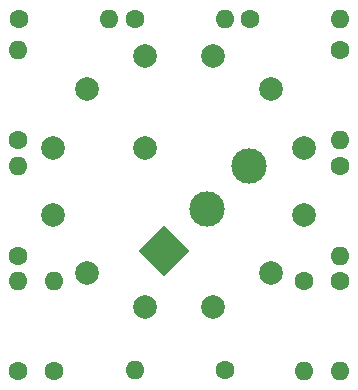
<source format=gbr>
%TF.GenerationSoftware,KiCad,Pcbnew,7.0.6*%
%TF.CreationDate,2023-09-19T12:43:23+08:00*%
%TF.ProjectId,Control Panel Selector Switch Board,436f6e74-726f-46c2-9050-616e656c2053,rev?*%
%TF.SameCoordinates,Original*%
%TF.FileFunction,Soldermask,Bot*%
%TF.FilePolarity,Negative*%
%FSLAX46Y46*%
G04 Gerber Fmt 4.6, Leading zero omitted, Abs format (unit mm)*
G04 Created by KiCad (PCBNEW 7.0.6) date 2023-09-19 12:43:23*
%MOMM*%
%LPD*%
G01*
G04 APERTURE LIST*
G04 Aperture macros list*
%AMRotRect*
0 Rectangle, with rotation*
0 The origin of the aperture is its center*
0 $1 length*
0 $2 width*
0 $3 Rotation angle, in degrees counterclockwise*
0 Add horizontal line*
21,1,$1,$2,0,0,$3*%
G04 Aperture macros list end*
%ADD10C,2.000000*%
%ADD11C,1.600000*%
%ADD12O,1.600000X1.600000*%
%ADD13RotRect,3.000000X3.000000X45.000000*%
%ADD14C,3.000000*%
G04 APERTURE END LIST*
D10*
%TO.C,J6*%
X13453610Y-235419D03*
%TD*%
%TO.C,J3*%
X-18582Y7542756D03*
%TD*%
%TO.C,J9*%
X5675436Y-13707610D03*
%TD*%
%TO.C,J4*%
X5675437Y7542756D03*
%TD*%
%TO.C,J11*%
X-4949748Y-10860603D03*
%TD*%
%TO.C,J10*%
X-18582Y-13707612D03*
%TD*%
%TO.C,J2*%
X-4949749Y4695747D03*
%TD*%
%TO.C,J12*%
X-7796756Y-5929437D03*
%TD*%
%TO.C,J13*%
X0Y-254000D03*
%TD*%
%TO.C,J5*%
X10606601Y4695748D03*
%TD*%
%TO.C,J1*%
X-7796757Y-235417D03*
%TD*%
%TO.C,J7*%
X13453611Y-5929437D03*
%TD*%
%TO.C,J8*%
X10606602Y-10860602D03*
%TD*%
D11*
%TO.C,R6*%
X16510000Y8001000D03*
D12*
X16510000Y381000D03*
%TD*%
D11*
%TO.C,R1*%
X-10795000Y-9398000D03*
D12*
X-10795000Y-1778000D03*
%TD*%
D13*
%TO.C,J14*%
X1602133Y-8989282D03*
D14*
X5194235Y-5397180D03*
X8786338Y-1805077D03*
%TD*%
D11*
%TO.C,R5*%
X8890000Y10668000D03*
D12*
X16510000Y10668000D03*
%TD*%
D11*
%TO.C,R2*%
X-10795000Y381000D03*
D12*
X-10795000Y8001000D03*
%TD*%
D11*
%TO.C,R8*%
X16510000Y-11557000D03*
D12*
X16510000Y-19177000D03*
%TD*%
D11*
%TO.C,R7*%
X16510000Y-1778000D03*
D12*
X16510000Y-9398000D03*
%TD*%
D11*
%TO.C,R4*%
X-889000Y10668000D03*
D12*
X6731000Y10668000D03*
%TD*%
D11*
%TO.C,R11*%
X-7747000Y-19177000D03*
D12*
X-7747000Y-11557000D03*
%TD*%
D11*
%TO.C,R9*%
X13462000Y-11557000D03*
D12*
X13462000Y-19177000D03*
%TD*%
D11*
%TO.C,R10*%
X6731000Y-19050000D03*
D12*
X-889000Y-19050000D03*
%TD*%
D11*
%TO.C,R3*%
X-10668000Y10668000D03*
D12*
X-3048000Y10668000D03*
%TD*%
D11*
%TO.C,R12*%
X-10795000Y-19177000D03*
D12*
X-10795000Y-11557000D03*
%TD*%
M02*

</source>
